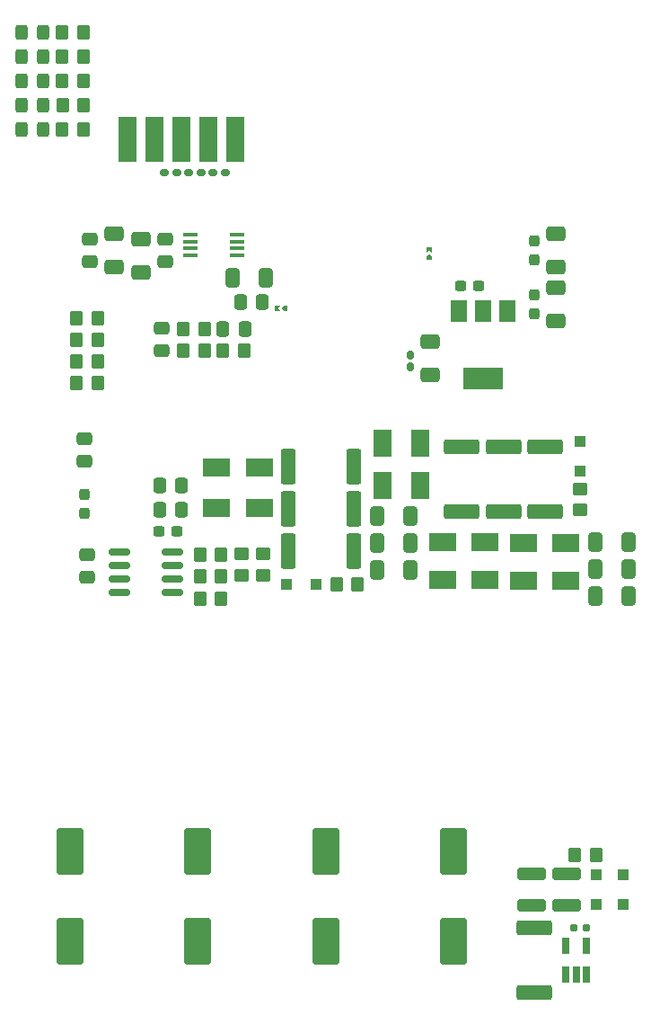
<source format=gbp>
G04 #@! TF.GenerationSoftware,KiCad,Pcbnew,(6.0.9)*
G04 #@! TF.CreationDate,2022-11-27T16:56:08-03:00*
G04 #@! TF.ProjectId,main,6d61696e-2e6b-4696-9361-645f70636258,rev?*
G04 #@! TF.SameCoordinates,Original*
G04 #@! TF.FileFunction,Paste,Bot*
G04 #@! TF.FilePolarity,Positive*
%FSLAX46Y46*%
G04 Gerber Fmt 4.6, Leading zero omitted, Abs format (unit mm)*
G04 Created by KiCad (PCBNEW (6.0.9)) date 2022-11-27 16:56:08*
%MOMM*%
%LPD*%
G01*
G04 APERTURE LIST*
G04 Aperture macros list*
%AMRoundRect*
0 Rectangle with rounded corners*
0 $1 Rounding radius*
0 $2 $3 $4 $5 $6 $7 $8 $9 X,Y pos of 4 corners*
0 Add a 4 corners polygon primitive as box body*
4,1,4,$2,$3,$4,$5,$6,$7,$8,$9,$2,$3,0*
0 Add four circle primitives for the rounded corners*
1,1,$1+$1,$2,$3*
1,1,$1+$1,$4,$5*
1,1,$1+$1,$6,$7*
1,1,$1+$1,$8,$9*
0 Add four rect primitives between the rounded corners*
20,1,$1+$1,$2,$3,$4,$5,0*
20,1,$1+$1,$4,$5,$6,$7,0*
20,1,$1+$1,$6,$7,$8,$9,0*
20,1,$1+$1,$8,$9,$2,$3,0*%
%AMFreePoly0*
4,1,24,0.072828,0.253187,0.091931,0.247652,0.345931,0.044452,0.349258,0.038409,0.355301,0.035082,0.359977,0.018944,0.368082,0.004226,0.366162,-0.002400,0.368082,-0.009026,0.359977,-0.023744,0.355301,-0.039882,0.349258,-0.043209,0.345931,-0.049252,0.091931,-0.252452,0.072828,-0.257987,0.054449,-0.265600,-0.123351,-0.265600,-0.165777,-0.248026,-0.183351,-0.205600,-0.183351,0.200800,
-0.165777,0.243226,-0.123351,0.260800,0.054449,0.260800,0.072828,0.253187,0.072828,0.253187,$1*%
%AMFreePoly1*
4,1,40,0.141626,0.245626,0.159200,0.203200,0.159200,-0.203200,0.141626,-0.245626,0.099200,-0.263200,-0.256400,-0.263200,-0.259782,-0.261799,-0.263299,-0.262801,-0.280566,-0.253190,-0.298826,-0.245626,-0.300226,-0.242247,-0.303423,-0.240467,-0.308835,-0.221462,-0.316400,-0.203200,-0.314999,-0.199818,-0.316001,-0.196301,-0.306390,-0.179034,-0.298826,-0.160774,-0.295447,-0.159374,-0.293667,-0.156177,
-0.098668,-0.001638,-0.099200,0.000000,-0.098668,0.001638,-0.293667,0.156177,-0.295447,0.159374,-0.298826,0.160774,-0.306390,0.179034,-0.316001,0.196301,-0.314999,0.199818,-0.316400,0.203200,-0.308835,0.221462,-0.303423,0.240467,-0.300226,0.242247,-0.298826,0.245626,-0.280566,0.253190,-0.263299,0.262801,-0.259782,0.261799,-0.256400,0.263200,0.099200,0.263200,0.141626,0.245626,
0.141626,0.245626,$1*%
G04 Aperture macros list end*
%ADD10RoundRect,0.250000X-0.350000X-0.450000X0.350000X-0.450000X0.350000X0.450000X-0.350000X0.450000X0*%
%ADD11RoundRect,0.250000X0.350000X0.450000X-0.350000X0.450000X-0.350000X-0.450000X0.350000X-0.450000X0*%
%ADD12RoundRect,0.250000X-0.337500X-0.475000X0.337500X-0.475000X0.337500X0.475000X-0.337500X0.475000X0*%
%ADD13RoundRect,0.250000X-0.450000X0.350000X-0.450000X-0.350000X0.450000X-0.350000X0.450000X0.350000X0*%
%ADD14RoundRect,0.250000X-0.412500X-0.650000X0.412500X-0.650000X0.412500X0.650000X-0.412500X0.650000X0*%
%ADD15RoundRect,0.250000X0.650000X-0.412500X0.650000X0.412500X-0.650000X0.412500X-0.650000X-0.412500X0*%
%ADD16FreePoly0,180.000000*%
%ADD17FreePoly1,180.000000*%
%ADD18R,2.500000X1.800000*%
%ADD19RoundRect,0.249999X1.425001X-0.450001X1.425001X0.450001X-1.425001X0.450001X-1.425001X-0.450001X0*%
%ADD20RoundRect,0.250000X-0.650000X0.412500X-0.650000X-0.412500X0.650000X-0.412500X0.650000X0.412500X0*%
%ADD21RoundRect,0.250000X-1.000000X1.950000X-1.000000X-1.950000X1.000000X-1.950000X1.000000X1.950000X0*%
%ADD22RoundRect,0.237500X-0.300000X-0.237500X0.300000X-0.237500X0.300000X0.237500X-0.300000X0.237500X0*%
%ADD23RoundRect,0.250000X-0.475000X0.337500X-0.475000X-0.337500X0.475000X-0.337500X0.475000X0.337500X0*%
%ADD24RoundRect,0.250000X-0.325000X-0.450000X0.325000X-0.450000X0.325000X0.450000X-0.325000X0.450000X0*%
%ADD25R,1.100000X1.100000*%
%ADD26RoundRect,0.250000X1.100000X-0.325000X1.100000X0.325000X-1.100000X0.325000X-1.100000X-0.325000X0*%
%ADD27RoundRect,0.160000X0.222500X0.160000X-0.222500X0.160000X-0.222500X-0.160000X0.222500X-0.160000X0*%
%ADD28RoundRect,0.150000X-0.825000X-0.150000X0.825000X-0.150000X0.825000X0.150000X-0.825000X0.150000X0*%
%ADD29RoundRect,0.250000X0.475000X-0.337500X0.475000X0.337500X-0.475000X0.337500X-0.475000X-0.337500X0*%
%ADD30RoundRect,0.249999X-1.425001X0.450001X-1.425001X-0.450001X1.425001X-0.450001X1.425001X0.450001X0*%
%ADD31RoundRect,0.249999X-0.450001X-1.425001X0.450001X-1.425001X0.450001X1.425001X-0.450001X1.425001X0*%
%ADD32RoundRect,0.237500X-0.237500X0.300000X-0.237500X-0.300000X0.237500X-0.300000X0.237500X0.300000X0*%
%ADD33RoundRect,0.237500X0.237500X-0.300000X0.237500X0.300000X-0.237500X0.300000X-0.237500X-0.300000X0*%
%ADD34R,1.800000X2.500000*%
%ADD35R,0.650000X1.560000*%
%ADD36RoundRect,0.155000X0.212500X0.155000X-0.212500X0.155000X-0.212500X-0.155000X0.212500X-0.155000X0*%
%ADD37R,1.700000X4.240000*%
%ADD38RoundRect,0.250000X0.450000X-0.350000X0.450000X0.350000X-0.450000X0.350000X-0.450000X-0.350000X0*%
%ADD39RoundRect,0.160000X-0.160000X0.222500X-0.160000X-0.222500X0.160000X-0.222500X0.160000X0.222500X0*%
%ADD40R,1.450000X0.450000*%
%ADD41R,1.500000X2.000000*%
%ADD42R,3.800000X2.000000*%
%ADD43RoundRect,0.250000X0.337500X0.475000X-0.337500X0.475000X-0.337500X-0.475000X0.337500X-0.475000X0*%
%ADD44FreePoly0,90.000000*%
%ADD45FreePoly1,90.000000*%
G04 APERTURE END LIST*
D10*
X36537200Y-135091200D03*
X38537200Y-135091200D03*
D11*
X25572250Y-90678000D03*
X23572250Y-90678000D03*
D10*
X24892000Y-114808000D03*
X26892000Y-114808000D03*
D12*
X32744500Y-126492000D03*
X34819500Y-126492000D03*
D13*
X42490200Y-132959200D03*
X42490200Y-134959200D03*
D10*
X24892000Y-116840000D03*
X26892000Y-116840000D03*
D12*
X40364500Y-109220000D03*
X42439500Y-109220000D03*
D14*
X73824700Y-136906000D03*
X76949700Y-136906000D03*
D15*
X70104000Y-105956500D03*
X70104000Y-102831500D03*
D10*
X34986929Y-111760000D03*
X36986929Y-111760000D03*
D16*
X44568100Y-109803950D03*
D17*
X43729900Y-109806350D03*
D18*
X71037200Y-135472200D03*
X67037200Y-135472200D03*
D10*
X36537200Y-137160000D03*
X38537200Y-137160000D03*
D19*
X68072000Y-174244000D03*
X68072000Y-168144000D03*
D15*
X30988000Y-106464500D03*
X30988000Y-103339500D03*
D20*
X58267599Y-113016900D03*
X58267599Y-116141900D03*
D21*
X60452000Y-161018000D03*
X60452000Y-169418000D03*
D14*
X73824700Y-134366000D03*
X76949700Y-134366000D03*
D11*
X25556250Y-88392000D03*
X23556250Y-88392000D03*
X40705072Y-113792000D03*
X38705072Y-113792000D03*
D18*
X59417200Y-131826000D03*
X63417200Y-131826000D03*
D22*
X61113498Y-107695999D03*
X62838498Y-107695999D03*
D23*
X32938929Y-111738500D03*
X32938929Y-113813500D03*
D24*
X19721250Y-92964000D03*
X21771250Y-92964000D03*
D25*
X76454000Y-163192000D03*
X76454000Y-165992000D03*
D14*
X39585500Y-106934000D03*
X42710500Y-106934000D03*
D26*
X67818000Y-166067000D03*
X67818000Y-163117000D03*
D27*
X38926500Y-97028000D03*
X37781500Y-97028000D03*
D18*
X71037200Y-131916200D03*
X67037200Y-131916200D03*
D12*
X32744500Y-128778000D03*
X34819500Y-128778000D03*
D28*
X28970200Y-136615200D03*
X28970200Y-135345200D03*
X28970200Y-134075200D03*
X28970200Y-132805200D03*
X33920200Y-132805200D03*
X33920200Y-134075200D03*
X33920200Y-135345200D03*
X33920200Y-136615200D03*
D11*
X25556250Y-83820000D03*
X23556250Y-83820000D03*
D29*
X25908000Y-135149500D03*
X25908000Y-133074500D03*
D11*
X25556250Y-92964000D03*
X23556250Y-92964000D03*
D30*
X61214000Y-122871800D03*
X61214000Y-128971800D03*
D25*
X73914000Y-163192000D03*
X73914000Y-165992000D03*
D24*
X19721250Y-86106000D03*
X21771250Y-86106000D03*
D31*
X44901200Y-132678200D03*
X51001200Y-132678200D03*
D20*
X70104000Y-107911500D03*
X70104000Y-111036500D03*
D18*
X42113200Y-124804200D03*
X38113200Y-124804200D03*
D32*
X68072000Y-108611500D03*
X68072000Y-110336500D03*
D13*
X40458200Y-132959200D03*
X40458200Y-134959200D03*
D29*
X25654000Y-124227500D03*
X25654000Y-122152500D03*
D10*
X24908000Y-110744000D03*
X26908000Y-110744000D03*
D11*
X25556250Y-86106000D03*
X23556250Y-86106000D03*
D10*
X71898000Y-161290000D03*
X73898000Y-161290000D03*
D22*
X32665500Y-130810000D03*
X34390500Y-130810000D03*
D21*
X24257000Y-161018000D03*
X24257000Y-169418000D03*
D33*
X68072000Y-105256500D03*
X68072000Y-103531500D03*
D24*
X19721250Y-90678000D03*
X21771250Y-90678000D03*
D14*
X53250700Y-134456200D03*
X56375700Y-134456200D03*
D25*
X47504200Y-135853200D03*
X44704200Y-135853200D03*
D34*
X57349200Y-122518200D03*
X57349200Y-126518200D03*
D35*
X72959000Y-172544000D03*
X72009000Y-172544000D03*
X71059000Y-172544000D03*
X71059000Y-169844000D03*
X72959000Y-169844000D03*
D36*
X72957500Y-168148000D03*
X71822500Y-168148000D03*
D37*
X29698000Y-93965700D03*
X32238000Y-93965700D03*
X34778000Y-93965700D03*
X37318000Y-93965700D03*
X39858000Y-93965700D03*
D31*
X44901200Y-128696100D03*
X51001200Y-128696100D03*
X44901200Y-124714000D03*
X51001200Y-124714000D03*
D25*
X72390000Y-125188200D03*
X72390000Y-122388200D03*
D21*
X36322000Y-161018000D03*
X36322000Y-169418000D03*
D34*
X53793200Y-122518200D03*
X53793200Y-126518200D03*
D10*
X24908000Y-112776000D03*
X26908000Y-112776000D03*
D11*
X36986929Y-113792000D03*
X34986929Y-113792000D03*
D32*
X25654000Y-127407500D03*
X25654000Y-129132500D03*
D21*
X48387000Y-161018000D03*
X48387000Y-169418000D03*
D38*
X72390000Y-128852200D03*
X72390000Y-126852200D03*
D39*
X56388000Y-114235500D03*
X56388000Y-115380500D03*
D11*
X51422200Y-135853200D03*
X49422200Y-135853200D03*
D29*
X33274000Y-105431500D03*
X33274000Y-103356500D03*
D40*
X40046000Y-102911000D03*
X40046000Y-103561000D03*
X40046000Y-104211000D03*
X40046000Y-104861000D03*
X35646000Y-104861000D03*
X35646000Y-104211000D03*
X35646000Y-103561000D03*
X35646000Y-102911000D03*
D27*
X34354500Y-97028000D03*
X33209500Y-97028000D03*
X36640500Y-97028000D03*
X35495500Y-97028000D03*
D18*
X42113200Y-128614200D03*
X38113200Y-128614200D03*
D41*
X60946000Y-110134000D03*
X63246000Y-110134000D03*
D42*
X63246000Y-116434000D03*
D41*
X65546000Y-110134000D03*
D23*
X26162000Y-103356500D03*
X26162000Y-105431500D03*
D14*
X53250700Y-131916200D03*
X56375700Y-131916200D03*
D30*
X65151000Y-122871800D03*
X65151000Y-128971800D03*
X69088000Y-122871800D03*
X69088000Y-128971800D03*
D24*
X19721250Y-83820000D03*
X21771250Y-83820000D03*
D43*
X40758573Y-111760002D03*
X38683573Y-111760002D03*
D14*
X53250700Y-129376200D03*
X56375700Y-129376200D03*
D44*
X58162050Y-105116100D03*
D45*
X58159650Y-104277900D03*
D20*
X28448000Y-102831500D03*
X28448000Y-105956500D03*
D10*
X36537200Y-133059200D03*
X38537200Y-133059200D03*
D14*
X73824700Y-131826000D03*
X76949700Y-131826000D03*
D18*
X59417200Y-135382000D03*
X63417200Y-135382000D03*
D24*
X19721250Y-88392000D03*
X21771250Y-88392000D03*
D26*
X71120000Y-166067000D03*
X71120000Y-163117000D03*
M02*

</source>
